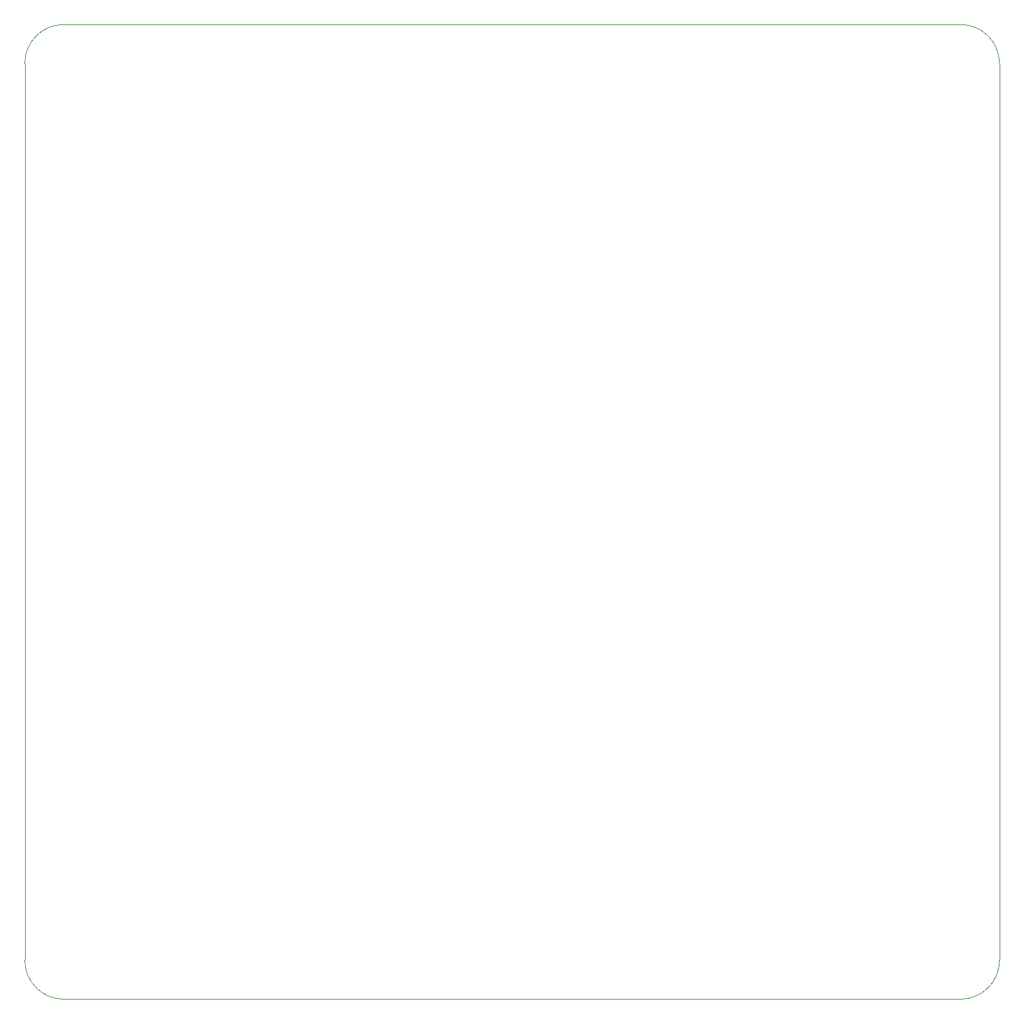
<source format=gbr>
%TF.GenerationSoftware,KiCad,Pcbnew,(6.0.4)*%
%TF.CreationDate,2022-05-04T17:07:44-02:30*%
%TF.ProjectId,interstate,696e7465-7273-4746-9174-652e6b696361,rev?*%
%TF.SameCoordinates,Original*%
%TF.FileFunction,Profile,NP*%
%FSLAX46Y46*%
G04 Gerber Fmt 4.6, Leading zero omitted, Abs format (unit mm)*
G04 Created by KiCad (PCBNEW (6.0.4)) date 2022-05-04 17:07:44*
%MOMM*%
%LPD*%
G01*
G04 APERTURE LIST*
%TA.AperFunction,Profile*%
%ADD10C,0.100000*%
%TD*%
G04 APERTURE END LIST*
D10*
X175000000Y-55000000D02*
X175000000Y-170000000D01*
X50000000Y-55000000D02*
X50000000Y-170000000D01*
X55000000Y-50000000D02*
G75*
G03*
X50000000Y-55000000I0J-5000000D01*
G01*
X170000000Y-175000000D02*
G75*
G03*
X175000000Y-170000000I0J5000000D01*
G01*
X170000000Y-175000000D02*
X55000000Y-175000000D01*
X175000000Y-55000000D02*
G75*
G03*
X170000000Y-50000000I-5000000J0D01*
G01*
X55000000Y-50000000D02*
X170000000Y-50000000D01*
X50000000Y-170000000D02*
G75*
G03*
X55000000Y-175000000I5000000J0D01*
G01*
M02*

</source>
